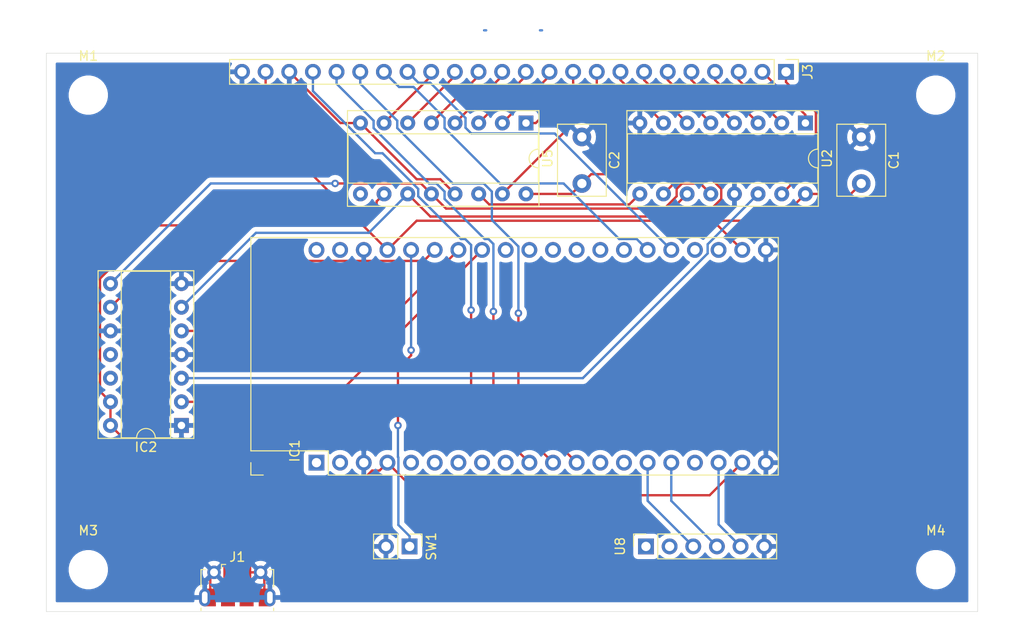
<source format=kicad_pcb>
(kicad_pcb (version 20211014) (generator pcbnew)
  (layers (0 "F.Cu" signal) (31 "B.Cu" signal) (34 "B.Paste" user) (35 "F.Paste" user) (36 "B.SilkS" user "B.Silkscreen") (37 "F.SilkS" user "F.Silkscreen") (38 "B.Mask" user) (39 "F.Mask" user) (44 "Edge.Cuts" user))
  (net 0 "")
  (net 1 "GND")
  (net 2 "Net-(IC1-Pad23)")
  (net 3 "Net-(IC1-Pad18)")
  (net 4 "Net-(IC1-Pad24)")
  (net 5 "Net-(IC1-Pad17)")
  (net 6 "Net-(IC1-Pad16)")
  (net 7 "Net-(IC1-Pad15)")
  (net 8 "Net-(IC1-Pad27)")
  (net 9 "Net-(IC1-Pad14)")
  (net 10 "Net-(IC1-Pad28)")
  (net 11 "Net-(IC1-Pad13)")
  (net 12 "Net-(IC1-Pad29)")
  (net 13 "Net-(IC1-Pad30)")
  (net 14 "Net-(IC1-Pad31)")
  (net 15 "Net-(IC1-Pad32)")
  (net 16 "Net-(IC1-Pad9)")
  (net 17 "Net-(IC1-Pad33)")
  (net 18 "Net-(IC1-Pad8)")
  (net 19 "Net-(IC1-Pad34)")
  (net 20 "Net-(IC1-Pad7)")
  (net 21 "Net-(IC1-Pad6)")
  (net 22 "Net-(IC1-Pad36)")
  (net 23 "Net-(IC1-Pad5)")
  (net 24 "Net-(IC1-Pad39)")
  (net 25 "Net-(IC1-Pad2)")
  (net 26 "Net-(IC1-Pad40)")
  (net 27 "Net-(IC1-Pad1)")
  (net 28 "Net-(IC2-Pad8)")
  (net 29 "Net-(IC2-Pad3)")
  (net 30 "Net-(IC2-Pad11)")
  (net 31 "Net-(J1-Pad2)")
  (net 32 "Net-(J1-Pad4)")
  (net 33 "Net-(J1-Pad3)")
  (net 34 "Net-(N1-PadK)")
  (net 35 "Net-(N2-PadK)")
  (net 36 "Net-(U2-Pad9)")
  (net 37 "Net-(U5-Pad9)")
  (net 38 "Net-(J3-Pad1)")
  (net 39 "Net-(J3-Pad2)")
  (net 40 "Net-(J3-Pad3)")
  (net 41 "Net-(J3-Pad4)")
  (net 42 "Net-(J3-Pad5)")
  (net 43 "Net-(J3-Pad6)")
  (net 44 "Net-(J3-Pad7)")
  (net 45 "Net-(J3-Pad8)")
  (net 46 "Net-(J3-Pad9)")
  (net 47 "Net-(J3-Pad10)")
  (net 48 "Net-(J3-Pad11)")
  (net 49 "Net-(J3-Pad12)")
  (net 50 "Net-(J3-Pad13)")
  (net 51 "Net-(J3-Pad14)")
  (net 52 "Net-(J3-Pad15)")
  (net 53 "Net-(J3-Pad16)")
  (net 54 "Net-(IC1-Pad35)")
  (net 55 "Net-(IC2-Pad12)")
  (net 56 "Net-(IC2-Pad6)")
  (net 57 "/Rin")
  (net 58 "/Gin")
  (net 59 "/Bin")
  (net 60 "/CL1")
  (net 61 "/CL2")
  (net 62 "Net-(U8-Pad1)")
  (net 63 "Net-(U8-Pad2)")
  (net 64 "Net-(C1-Pad1)")
  (footprint "ESP32:ESP32-EzSBC" (layer "F.Cu") (at 129 134 90)
    (fp_text reference "IC1" (at 1.27 -2.33 90) (layer "F.SilkS"))
    (fp_text value "ESP32-EzSBC")
    (fp_line (start -1.33 1.27) (end 1.27 1.27) (layer "F.SilkS") (width 0.12))
    (fp_line (start -1.33 -7.045) (end 0 -7.045) (layer "F.SilkS") (width 0.12))
    (fp_line (start 24.19 -7.045) (end 24.19 49.59) (layer "F.SilkS") (width 0.12))
    (fp_line (start 1.27 1.27) (end 1.27 -7.045) (layer "F.SilkS") (width 0.12))
    (fp_line (start -1.33 1.27) (end -1.33 49.59) (layer "F.SilkS") (width 0.12))
    (fp_line (start -1.33 -7.045) (end -1.33 -5.715) (layer "F.SilkS") (width 0.12))
    (fp_line (start 1.27 -7.045) (end 24.19 -7.045) (layer "F.SilkS") (width 0.12))
    (fp_line (start -1.33 49.59) (end 24.19 49.59) (layer "F.SilkS") (width 0.12))
    (pad "1" thru_hole rect locked (at 0 0 90) (size 1.7 1.7) (drill 1) (layers *.Cu *.Mask) (net 27 "Net-(IC1-Pad1)"))
    (pad "2" thru_hole oval locked (at 0 2.54 90) (size 1.7 1.7) (drill 1) (layers *.Cu *.Mask) (net 25 "Net-(IC1-Pad2)"))
    (pad "3" thru_hole oval locked (at 0 5.08 90) (size 1.7 1.7) (drill 1) (layers *.Cu *.Mask) (net 1 "GND"))
    (pad "4" thru_hole oval locked (at 0 7.62 90) (size 1.7 1.7) (drill 1) (layers *.Cu *.Mask) (net 64 "Net-(C1-Pad1)"))
    (pad "5" thru_hole oval locked (at 0 10.16 90) (size 1.7 1.7) (drill 1) (layers *.Cu *.Mask) (net 23 "Net-(IC1-Pad5)"))
    (pad "6" thru_hole oval locked (at 0 12.7 90) (size 1.7 1.7) (drill 1) (layers *.Cu *.Mask) (net 21 "Net-(IC1-Pad6)"))
    (pad "7" thru_hole oval locked (at 0 15.24 90) (size 1.7 1.7) (drill 1) (layers *.Cu *.Mask) (net 20 "Net-(IC1-Pad7)"))
    (pad "8" thru_hole oval locked (at 0 17.78 90) (size 1.7 1.7) (drill 1) (layers *.Cu *.Mask) (net 18 "Net-(IC1-Pad8)"))
    (pad "9" thru_hole oval locked (at 0 20.32 90) (size 1.7 1.7) (drill 1) (layers *.Cu *.Mask) (net 16 "Net-(IC1-Pad9)"))
    (pad "10" thru_hole oval locked (at 0 22.86 90) (size 1.7 1.7) (drill 1) (layers *.Cu *.Mask) (net 59 "/Bin"))
    (pad "11" thru_hole oval locked (at 0 25.4 90) (size 1.7 1.7) (drill 1) (layers *.Cu *.Mask) (net 58 "/Gin"))
    (pad "12" thru_hole oval locked (at 0 27.94 90) (size 1.7 1.7) (drill 1) (layers *.Cu *.Mask) (net 57 "/Rin"))
    (pad "13" thru_hole oval locked (at 0 30.48 90) (size 1.7 1.7) (drill 1) (layers *.Cu *.Mask) (net 11 "Net-(IC1-Pad13)"))
    (pad "14" thru_hole oval locked (at 0 33.02 90) (size 1.7 1.7) (drill 1) (layers *.Cu *.Mask) (net 9 "Net-(IC1-Pad14)"))
    (pad "15" thru_hole oval locked (at 0 35.56 90) (size 1.7 1.7) (drill 1) (layers *.Cu *.Mask) (net 7 "Net-(IC1-Pad15)"))
    (pad "16" thru_hole oval locked (at 0 38.1 90) (size 1.7 1.7) (drill 1) (layers *.Cu *.Mask) (net 6 "Net-(IC1-Pad16)"))
    (pad "17" thru_hole oval locked (at 0 40.64 90) (size 1.7 1.7) (drill 1) (layers *.Cu *.Mask) (net 5 "Net-(IC1-Pad17)"))
    (pad "18" thru_hole oval locked (at 0 43.18 90) (size 1.7 1.7) (drill 1) (layers *.Cu *.Mask) (net 3 "Net-(IC1-Pad18)"))
    (pad "19" thru_hole oval locked (at 0 45.72 90) (size 1.7 1.7) (drill 1) (layers *.Cu *.Mask) (net 64 "Net-(C1-Pad1)"))
    (pad "20" thru_hole oval locked (at 0 48.26 90) (size 1.7 1.7) (drill 1) (layers *.Cu *.Mask) (net 1 "GND"))
    (pad "21" thru_hole oval locked (at 22.86 48.26 90) (size 1.7 1.7) (drill 1) (layers *.Cu *.Mask) (net 1 "GND"))
    (pad "22" thru_hole oval locked (at 22.86 45.72 90) (size 1.7 1.7) (drill 1) (layers *.Cu *.Mask) (net 64 "Net-(C1-Pad1)"))
    (pad "23" thru_hole oval locked (at 22.86 43.18 90) (size 1.7 1.7) (drill 1) (layers *.Cu *.Mask) (net 2 "Net-(IC1-Pad23)"))
    (pad "24" thru_hole oval locked (at 22.86 40.64 90) (size 1.7 1.7) (drill 1) (layers *.Cu *.Mask) (net 4 "Net-(IC1-Pad24)"))
    (pad "25" thru_hole oval locked (at 22.86 38.1 90) (size 1.7 1.7) (drill 1) (layers *.Cu *.Mask) (net 61 "/CL2"))
    (pad "26" thru_hole oval locked (at 22.86 35.56 90) (size 1.7 1.7) (drill 1) (layers *.Cu *.Mask) (net 60 "/CL1"))
    (pad "27" thru_hole oval locked (at 22.86 33.02 90) (size 1.7 1.7) (drill 1) (layers *.Cu *.Mask) (net 8 "Net-(IC1-Pad27)"))
    (pad "28" thru_hole oval locked (at 22.86 30.48 90) (size 1.7 1.7) (drill 1) (layers *.Cu *.Mask) (net 10 "Net-(IC1-Pad28)"))
    (pad "29" thru_hole oval locked (at 22.86 27.94 90) (size 1.7 1.7) (drill 1) (layers *.Cu *.Mask) (net 12 "Net-(IC1-Pad29)"))
    (pad "30" thru_hole oval locked (at 22.86 25.4 90) (size 1.7 1.7) (drill 1) (layers *.Cu *.Mask) (net 13 "Net-(IC1-Pad30)"))
    (pad "31" thru_hole oval locked (at 22.86 22.86 90) (size 1.7 1.7) (drill 1) (layers *.Cu *.Mask) (net 14 "Net-(IC1-Pad31)"))
    (pad "32" thru_hole oval locked (at 22.86 20.32 90) (size 1.7 1.7) (drill 1) (layers *.Cu *.Mask) (net 15 "Net-(IC1-Pad32)"))
    (pad "33" thru_hole oval locked (at 22.86 17.78 90) (size 1.7 1.7) (drill 1) (layers *.Cu *.Mask) (net 17 "Net-(IC1-Pad33)"))
    (pad "34" thru_hole oval locked (at 22.86 15.24 90) (size 1.7 1.7) (drill 1) (layers *.Cu *.Mask) (net 19 "Net-(IC1-Pad34)"))
    (pad "35" thru_hole oval locked (at 22.86 12.7 90) (size 1.7 1.7) (drill 1) (layers *.Cu *.Mask) (net 54 "Net-(IC1-Pad35)"))
    (pad "36" thru_hole oval locked (at 22.86 10.16 90) (size 1.7 1.7) (drill 1) (layers *.Cu *.Mask) (net 22 "Net-(IC1-Pad36)"))
    (pad "37" thru_hole oval locked (at 22.86 7.62 90) (size 1.7 1.7) (drill 1) (layers *.Cu *.Mask) (net 64 "Net-(C1-Pad1)"))
    (pad "38" thru_hole oval locked (at 22.86 5.08 90) (size 1.7 1.7) (drill 1) (layers *.Cu *.Mask) (net 1 "GND"))
    (pad "39" thru_hole oval locked (at 22.86 2.54 90) (size 1.7 1.7) (drill 1) (layers *.Cu *.Mask) (net 24 "Net-(IC1-Pad39)"))
    (pad "40" thru_hole oval locked (at 22.86 0 90) (size 1.7 1.7) (drill 1) (layers *.Cu *.Mask) (net 26 "Net-(IC1-Pad40)"))
  )
  (footprint "Connector_USB:USB_Micro-B_Molex-105017-0001" (layer "F.Cu") (at 120.5 147.25)
    (fp_text reference "J1" (at 0 -3.1125) (layer "F.SilkS"))
    (fp_text value "USB_B_Micro")
    (fp_line (start -3.9 0.0875) (end -3.9 -1.7625) (layer "F.SilkS") (width 0.12))
    (fp_line (start -1.7 -2.3125) (end -1.25 -2.3125) (layer "F.SilkS") (width 0.12))
    (fp_line (start 3.9 -1.7625) (end 3.45 -1.7625) (layer "F.SilkS") (width 0.12))
    (fp_line (start -1.7 -2.3125) (end -1.7 -1.8625) (layer "F.SilkS") (width 0.12))
    (fp_line (start 3.9 0.0875) (end 3.9 -1.7625) (layer "F.SilkS") (width 0.12))
    (fp_line (start 3.9 2.6375) (end 3.9 2.3875) (layer "F.SilkS") (width 0.12))
    (fp_line (start -3.9 2.6375) (end -3.9 2.3875) (layer "F.SilkS") (width 0.12))
    (fp_line (start -3.9 -1.7625) (end -3.45 -1.7625) (layer "F.SilkS") (width 0.12))
    (pad "1" smd rect locked (at -1.3 -1.4625) (size 0.4 1.35) (layers "F.Cu" "F.Paste" "F.Mask") (net 64 "Net-(C1-Pad1)"))
    (pad "2" smd rect locked (at -0.65 -1.4625) (size 0.4 1.35) (layers "F.Cu" "F.Paste" "F.Mask") (net 31 "Net-(J1-Pad2)"))
    (pad "3" smd rect locked (at 0 -1.4625) (size 0.4 1.35) (layers "F.Cu" "F.Paste" "F.Mask") (net 33 "Net-(J1-Pad3)"))
    (pad "4" smd rect locked (at 0.65 -1.4625) (size 0.4 1.35) (layers "F.Cu" "F.Paste" "F.Mask") (net 32 "Net-(J1-Pad4)"))
    (pad "5" smd rect locked (at 1.3 -1.4625) (size 0.4 1.35) (layers "F.Cu" "F.Paste" "F.Mask") (net 1 "GND"))
    (pad "6" thru_hole circle locked (at -2.5 -1.4625) (size 1.45 1.45) (drill 0.85) (layers *.Cu *.Mask) (net 1 "GND"))
    (pad "6" thru_hole circle locked (at 2.5 -1.4625) (size 1.45 1.45) (drill 0.85) (layers *.Cu *.Mask) (net 1 "GND"))
    (pad "6" smd rect locked (at 1 1.2375) (size 1.5 1.9) (layers "F.Cu" "F.Paste" "F.Mask") (net 1 "GND"))
    (pad "6" thru_hole oval locked (at -3.5 1.2375 180) (size 1.2 1.9) (drill oval 0.6 1.3) (layers *.Cu *.Mask) (net 1 "GND"))
    (pad "6" thru_hole oval locked (at 3.5 1.2375) (size 1.2 1.9) (drill oval 0.6 1.3) (layers *.Cu *.Mask) (net 1 "GND"))
    (pad "6" smd rect locked (at -1 1.2375) (size 1.5 1.9) (layers "F.Cu" "F.Paste" "F.Mask") (net 1 "GND"))
    (pad "6" smd rect locked (at 2.9 1.2375) (size 1.2 1.9) (layers "F.Cu" "F.Mask") (net 1 "GND"))
    (pad "6" smd rect locked (at -2.9 1.2375) (size 1.2 1.9) (layers "F.Cu" "F.Mask") (net 1 "GND"))
  )
  (footprint "Package_DIP:DIP-16_W7.62mm_Socket" (layer "F.Cu") (at 151.5 97.5 -90)
    (fp_text reference "U5" (at 3.81 -2.33 90) (layer "F.SilkS"))
    (fp_text value "74HC595")
    (fp_line (start 2.81 -1.33) (end 1.16 -1.33) (layer "F.SilkS") (width 0.12))
    (fp_line (start 8.95 19.17) (end 8.95 -1.39) (layer "F.SilkS") (width 0.12))
    (fp_line (start 1.16 19.11) (end 6.46 19.11) (layer "F.SilkS") (width 0.12))
    (fp_line (start -1.33 -1.39) (end -1.33 19.17) (layer "F.SilkS") (width 0.12))
    (fp_line (start -1.33 19.17) (end 8.95 19.17) (layer "F.SilkS") (width 0.12))
    (fp_line (start 6.46 19.11) (end 6.46 -1.33) (layer "F.SilkS") (width 0.12))
    (fp_line (start 8.95 -1.39) (end -1.33 -1.39) (layer "F.SilkS") (width 0.12))
    (fp_line (start 6.46 -1.33) (end 4.81 -1.33) (layer "F.SilkS") (width 0.12))
    (fp_line (start 1.16 -1.33) (end 1.16 19.11) (layer "F.SilkS") (width 0.12))
    (fp_arc (start 4.81 -1.33) (mid 3.81 -0.33) (end 2.81 -1.33) (layer "F.SilkS") (width 0.12))
    (pad "1" thru_hole rect locked (at 0 0 270) (size 1.6 1.6) (drill 0.8) (layers *.Cu *.Mask) (net 47 "Net-(J3-Pad10)"))
    (pad "2" thru_hole oval locked (at 0 2.54 270) (size 1.6 1.6) (drill 0.8) (layers *.Cu *.Mask) (net 48 "Net-(J3-Pad11)"))
    (pad "3" thru_hole oval locked (at 0 5.08 270) (size 1.6 1.6) (drill 0.8) (layers *.Cu *.Mask) (net 49 "Net-(J3-Pad12)"))
    (pad "4" thru_hole oval locked (at 0 7.62 270) (size 1.6 1.6) (drill 0.8) (layers *.Cu *.Mask) (net 50 "Net-(J3-Pad13)"))
    (pad "5" thru_hole oval locked (at 0 10.16 270) (size 1.6 1.6) (drill 0.8) (layers *.Cu *.Mask) (net 51 "Net-(J3-Pad14)"))
    (pad "6" thru_hole oval locked (at 0 12.7 270) (size 1.6 1.6) (drill 0.8) (layers *.Cu *.Mask) (net 52 "Net-(J3-Pad15)"))
    (pad "7" thru_hole oval locked (at 0 15.24 270) (size 1.6 1.6) (drill 0.8) (layers *.Cu *.Mask) (net 53 "Net-(J3-Pad16)"))
    (pad "8" thru_hole oval locked (at 0 17.78 270) (size 1.6 1.6) (drill 0.8) (layers *.Cu *.Mask) (net 1 "GND"))
    (pad "9" thru_hole oval locked (at 7.62 17.78 270) (size 1.6 1.6) (drill 0.8) (layers *.Cu *.Mask) (net 37 "Net-(U5-Pad9)"))
    (pad "10" thru_hole oval locked (at 7.62 15.24 270) (size 1.6 1.6) (drill 0.8) (layers *.Cu *.Mask) (net 64 "Net-(C1-Pad1)"))
    (pad "11" thru_hole oval locked (at 7.62 12.7 270) (size 1.6 1.6) (drill 0.8) (layers *.Cu *.Mask) (net 56 "Net-(IC2-Pad6)"))
    (pad "12" thru_hole oval locked (at 7.62 10.16 270) (size 1.6 1.6) (drill 0.8) (layers *.Cu *.Mask) (net 28 "Net-(IC2-Pad8)"))
    (pad "13" thru_hole oval locked (at 7.62 7.62 270) (size 1.6 1.6) (drill 0.8) (layers *.Cu *.Mask) (net 1 "GND"))
    (pad "14" thru_hole oval locked (at 7.62 5.08 270) (size 1.6 1.6) (drill 0.8) (layers *.Cu *.Mask) (net 36 "Net-(U2-Pad9)"))
    (pad "15" thru_hole oval locked (at 7.62 2.54 270) (size 1.6 1.6) (drill 0.8) (layers *.Cu *.Mask) (net 46 "Net-(J3-Pad9)"))
    (pad "16" thru_hole oval locked (at 7.62 0 270) (size 1.6 1.6) (drill 0.8) (layers *.Cu *.Mask) (net 64 "Net-(C1-Pad1)"))
  )
  (footprint "Capacitor_THT:C_Disc_D7.5mm_W5.0mm_P5.00mm" (layer "F.Cu") (at 187.5 104 90)
    (fp_text reference "C1" (at 2.5 3.5 90) (layer "F.SilkS"))
    (fp_text value "0.1uF")
    (fp_line (start 6.37 -2.62) (end 6.37 2.62) (layer "F.SilkS") (width 0.12))
    (fp_line (start -1.37 -2.62) (end 6.37 -2.62) (layer "F.SilkS") (width 0.12))
    (fp_line (start -1.37 -2.62) (end -1.37 2.62) (layer "F.SilkS") (width 0.12))
    (fp_line (start -1.37 2.62) (end 6.37 2.62) (layer "F.SilkS") (width 0.12))
    (pad "1" thru_hole circle locked (at 0 0 90) (size 2 2) (drill 1) (layers *.Cu *.Mask) (net 64 "Net-(C1-Pad1)"))
    (pad "2" thru_hole circle locked (at 5 0 90) (size 2 2) (drill 1) (layers *.Cu *.Mask) (net 1 "GND"))
  )
  (footprint "Connector_PinHeader_2.54mm:PinHeader_1x24_P2.54mm_Vertical" (layer "F.Cu") (at 179.42 92 -90)
    (fp_text reference "J3" (at 0 -2.33 90) (layer "F.SilkS"))
    (fp_text value "Conn_01x24_Female")
    (fp_line (start -1.33 59.75) (end 1.33 59.75) (layer "F.SilkS") (width 0.12))
    (fp_line (start 1.33 1.27) (end 1.33 59.75) (layer "F.SilkS") (width 0.12))
    (fp_line (start -1.33 1.27) (end -1.33 59.75) (layer "F.SilkS") (width 0.12))
    (fp_line (start -1.33 1.27) (end 1.33 1.27) (layer "F.SilkS") (width 0.12))
    (fp_line (start -1.33 0) (end -1.33 -1.33) (layer "F.SilkS") (width 0.12))
    (fp_line (start -1.33 -1.33) (end 0 -1.33) (layer "F.SilkS") (width 0.12))
    (pad "1" thru_hole rect locked (at 0 0 270) (size 1.7 1.7) (drill 1) (layers *.Cu *.Mask) (net 38 "Net-(J3-Pad1)"))
    (pad "2" thru_hole oval locked (at 0 2.54 270) (size 1.7 1.7) (drill 1) (layers *.Cu *.Mask) (net 39 "Net-(J3-Pad2)"))
    (pad "3" thru_hole oval locked (at 0 5.08 270) (size 1.7 1.7) (drill 1) (layers *.Cu *.Mask) (net 40 "Net-(J3-Pad3)"))
    (pad "4" thru_hole oval locked (at 0 7.62 270) (size 1.7 1.7) (drill 1) (layers *.Cu *.Mask) (net 41 "Net-(J3-Pad4)"))
    (pad "5" thru_hole oval locked (at 0 10.16 270) (size 1.7 1.7) (drill 1) (layers *.Cu *.Mask) (net 42 "Net-(J3-Pad5)"))
    (pad "6" thru_hole oval locked (at 0 12.7 270) (size 1.7 1.7) (drill 1) (layers *.Cu *.Mask) (net 43 "Net-(J3-Pad6)"))
    (pad "7" thru_hole oval locked (at 0 15.24 270) (size 1.7 1.7) (drill 1) (layers *.Cu *.Mask) (net 44 "Net-(J3-Pad7)"))
    (pad "8" thru_hole oval locked (at 0 17.78 270) (size 1.7 1.7) (drill 1) (layers *.Cu *.Mask) (net 45 "Net-(J3-Pad8)"))
    (pad "9" thru_hole oval locked (at 0 20.32 270) (size 1.7 1.7) (drill 1) (layers *.Cu *.Mask) (net 46 "Net-(J3-Pad9)"))
    (pad "10" thru_hole oval locked (at 0 22.86 270) (size 1.7 1.7) (drill 1) (layers *.Cu *.Mask) (net 47 "Net-(J3-Pad10)"))
    (pad "11" thru_hole oval locked (at 0 25.4 270) (size 1.7 1.7) (drill 1) (layers *.Cu *.Mask) (net 48 "Net-(J3-Pad11)"))
    (pad "12" thru_hole oval locked (at 0 27.94 270) (size 1.7 1.7) (drill 1) (layers *.Cu *.Mask) (net 49 "Net-(J3-Pad12)"))
    (pad "13" thru_hole oval locked (at 0 30.48 270) (size 1.7 1.7) (drill 1) (layers *.Cu *.Mask) (net 50 "Net-(J3-Pad13)"))
    (pad "14" thru_hole oval locked (at 0 33.02 270) (size 1.7 1.7) (drill 1) (layers *.Cu *.Mask) (net 51 "Net-(J3-Pad14)"))
    (pad "15" thru_hole oval locked (at 0 35.56 270) (size 1.7 1.7) (drill 1) (layers *.Cu *.Mask) (net 52 "Net-(J3-Pad15)"))
    (pad "16" thru_hole oval locked (at 0 38.1 270) (size 1.7 1.7) (drill 1) (layers *.Cu *.Mask) (net 53 "Net-(J3-Pad16)"))
    (pad "17" thru_hole oval locked (at 0 40.64 270) (size 1.7 1.7) (drill 1) (layers *.Cu *.Mask) (net 61 "/CL2"))
    (pad "18" thru_hole oval locked (at 0 43.18 270) (size 1.7 1.7) (drill 1) (layers *.Cu *.Mask) (net 60 "/CL1"))
    (pad "19" thru_hole oval locked (at 0 45.72 270) (size 1.7 1.7) (drill 1) (layers *.Cu *.Mask) (net 57 "/Rin"))
    (pad "20" thru_hole oval locked (at 0 48.26 270) (size 1.7 1.7) (drill 1) (layers *.Cu *.Mask) (net 58 "/Gin"))
    (pad "21" thru_hole oval locked (at 0 50.8 270) (size 1.7 1.7) (drill 1) (layers *.Cu *.Mask) (net 59 "/Bin"))
    (pad "22" thru_hole oval locked (at 0 53.34 270) (size 1.7 1.7) (drill 1) (layers *.Cu *.Mask) (net 1 "GND"))
    (pad "23" thru_hole oval locked (at 0 55.88 270) (size 1.7 1.7) (drill 1) (layers *.Cu *.Mask) (net 64 "Net-(C1-Pad1)"))
    (pad "24" thru_hole oval locked (at 0 58.42 270) (size 1.7 1.7) (drill 1) (layers *.Cu *.Mask) (net 1 "GND"))
  )
  (footprint "Connector_PinSocket_2.54mm:PinSocket_1x06_P2.54mm_Vertical" (layer "F.Cu") (at 164.38 143 90)
    (fp_text reference "U8" (at 0 -2.77 90) (layer "F.SilkS"))
    (fp_text value "DS3231-Module")
    (fp_line (start -1.33 14.03) (end 1.33 14.03) (layer "F.SilkS") (width 0.12))
    (fp_line (start -1.33 1.27) (end 1.33 1.27) (layer "F.SilkS") (width 0.12))
    (fp_line (start -1.33 1.27) (end -1.33 14.03) (layer "F.SilkS") (width 0.12))
    (fp_line (start 1.33 1.27) (end 1.33 14.03) (layer "F.SilkS") (width 0.12))
    (fp_line (start 1.33 -1.33) (end 1.33 0) (layer "F.SilkS") (width 0.12))
    (fp_line (start 0 -1.33) (end 1.33 -1.33) (layer "F.SilkS") (width 0.12))
    (pad "1" thru_hole rect locked (at 0 0 90) (size 1.7 1.7) (drill 1) (layers *.Cu *.Mask) (net 62 "Net-(U8-Pad1)"))
    (pad "2" thru_hole oval locked (at 0 2.54 90) (size 1.7 1.7) (drill 1) (layers *.Cu *.Mask) (net 63 "Net-(U8-Pad2)"))
    (pad "3" thru_hole oval locked (at 0 5.08 90) (size 1.7 1.7) (drill 1) (layers *.Cu *.Mask) (net 7 "Net-(IC1-Pad15)"))
    (pad "4" thru_hole oval locked (at 0 7.62 90) (size 1.7 1.7) (drill 1) (layers *.Cu *.Mask) (net 6 "Net-(IC1-Pad16)"))
    (pad "5" thru_hole oval locked (at 0 10.16 90) (size 1.7 1.7) (drill 1) (layers *.Cu *.Mask) (net 3 "Net-(IC1-Pad18)"))
    (pad "6" thru_hole oval locked (at 0 12.7 90) (size 1.7 1.7) (drill 1) (layers *.Cu *.Mask) (net 1 "GND"))
  )
  (footprint "Package_DIP:DIP-14_W7.62mm_Socket" (layer "F.Cu") (at 114.5 130 180)
    (fp_text reference "IC2" (at 3.81 -2.33) (layer "F.SilkS"))
    (fp_text value "SN74AHCT125N")
    (fp_line (start 1.16 -1.33) (end 1.16 16.57) (layer "F.SilkS") (width 0.12))
    (fp_line (start -1.33 -1.39) (end -1.33 16.63) (layer "F.SilkS") (width 0.12))
    (fp_line (start 2.81 -1.33) (end 1.16 -1.33) (layer "F.SilkS") (width 0.12))
    (fp_line (start 8.95 16.63) (end 8.95 -1.39) (layer "F.SilkS") (width 0.12))
    (fp_line (start 1.16 16.57) (end 6.46 16.57) (layer "F.SilkS") (width 0.12))
    (fp_line (start -1.33 16.63) (end 8.95 16.63) (layer "F.SilkS") (width 0.12))
    (fp_line (start 6.46 -1.33) (end 4.81 -1.33) (layer "F.SilkS") (width 0.12))
    (fp_line (start 8.95 -1.39) (end -1.33 -1.39) (layer "F.SilkS") (width 0.12))
    (fp_line (start 6.46 16.57) (end 6.46 -1.33) (layer "F.SilkS") (width 0.12))
    (fp_arc (start 4.81 -1.33) (mid 3.81 -0.33) (end 2.81 -1.33) (layer "F.SilkS") (width 0.12))
    (pad "1" thru_hole rect locked (at 0 0 180) (size 1.6 1.6) (drill 0.8) (layers *.Cu *.Mask) (net 1 "GND"))
    (pad "2" thru_hole oval locked (at 0 2.54 180) (size 1.6 1.6) (drill 0.8) (layers *.Cu *.Mask) (net 17 "Net-(IC1-Pad33)"))
    (pad "3" thru_hole oval locked (at 0 5.08 180) (size 1.6 1.6) (drill 0.8) (layers *.Cu *.Mask) (net 29 "Net-(IC2-Pad3)"))
    (pad "4" thru_hole oval locked (at 0 7.62 180) (size 1.6 1.6) (drill 0.8) (layers *.Cu *.Mask) (net 1 "GND"))
    (pad "5" thru_hole oval locked (at 0 10.16 180) (size 1.6 1.6) (drill 0.8) (layers *.Cu *.Mask) (net 19 "Net-(IC1-Pad34)"))
    (pad "6" thru_hole oval locked (at 0 12.7 180) (size 1.6 1.6) (drill 0.8) (layers *.Cu *.Mask) (net 56 "Net-(IC2-Pad6)"))
    (pad "7" thru_hole oval locked (at 0 15.24 180) (size 1.6 1.6) (drill 0.8) (layers *.Cu *.Mask) (net 1 "GND"))
    (pad "8" thru_hole oval locked (at 7.62 15.24 180) (size 1.6 1.6) (drill 0.8) (layers *.Cu *.Mask) (net 28 "Net-(IC2-Pad8)"))
    (pad "9" thru_hole oval locked (at 7.62 12.7 180) (size 1.6 1.6) (drill 0.8) (layers *.Cu *.Mask) (net 54 "Net-(IC1-Pad35)"))
    (pad "10" thru_hole oval locked (at 7.62 10.16 180) (size 1.6 1.6) (drill 0.8) (layers *.Cu *.Mask) (net 1 "GND"))
    (pad "11" thru_hole oval locked (at 7.62 7.62 180) (size 1.6 1.6) (drill 0.8) (layers *.Cu *.Mask) (net 30 "Net-(IC2-Pad11)"))
    (pad "12" thru_hole oval locked (at 7.62 5.08 180) (size 1.6 1.6) (drill 0.8) (layers *.Cu *.Mask) (net 55 "Net-(IC2-Pad12)"))
    (pad "13" thru_hole oval locked (at 7.62 2.54 180) (size 1.6 1.6) (drill 0.8) (layers *.Cu *.Mask) (net 64 "Net-(C1-Pad1)"))
    (pad "14" thru_hole oval locked (at 7.62 0 180) (size 1.6 1.6) (drill 0.8) (layers *.Cu *.Mask) (net 64 "Net-(C1-Pad1)"))
  )
  (footprint "Connector_PinHeader_2.54mm:PinHeader_1x02_P2.54mm_Vertical" (layer "F.Cu") (at 139 143 -90)
    (fp_text reference "SW1" (at 0 -2.33 90) (layer "F.SilkS"))
    (fp_text value "SW_Push")
    (fp_line (start -1.33 1.27) (end -1.33 3.87) (layer "F.SilkS") (width 0.12))
    (fp_line (start 1.33 1.27) (end 1.33 3.87) (layer "F.SilkS") (width 0.12))
    (fp_line (start -1.33 1.27) (end 1.33 1.27) (layer "F.SilkS") (width 0.12))
    (fp_line (start -1.33 -1.33) (end 0 -1.33) (layer "F.SilkS") (width 0.12))
    (fp_line (start -1.33 3.87) (end 1.33 3.87) (layer "F.SilkS") (width 0.12))
    (fp_line (start -1.33 0) (end -1.33 -1.33) (layer "F.SilkS") (width 0.12))
    (pad "1" thru_hole rect locked (at 0 0 270) (size 1.7 1.7) (drill 1) (layers *.Cu *.Mask) (net 22 "Net-(IC1-Pad36)"))
    (pad "2" thru_hole oval locked (at 0 2.54 270) (size 1.7 1.7) (drill 1) (layers *.Cu *.Mask) (net 1 "GND"))
  )
  (footprint "MountingHole:MountingHole_3.2mm_M3" (layer "F.Cu") (at 195.5 94.5)
    (fp_text reference "M2" (at 0 -4.2) (layer "F.SilkS"))
    (fp_text value "MountingHole_3.2mm_M3")
    (pad "" np_thru_hole circle locked (at 0 0) (size 3.2 3.2) (drill 3.2) (layers *.Cu *.Mask))
  )
  (footprint "MountingHole:MountingHole_3.2mm_M3" (layer "F.Cu") (at 195.5 145.5)
    (fp_text reference "M4" (at 0 -4.2) (layer "F.SilkS"))
    (fp_text value "MountingHole_3.2mm_M3")
    (pad "" np_thru_hole circle locked (at 0 0) (size 3.2 3.2) (drill 3.2) (layers *.Cu *.Mask))
  )
  (footprint "MountingHole:MountingHole_3.2mm_M3" (layer "F.Cu") (at 104.5 94.5)
    (fp_text reference "M1" (at 0 -4.2) (layer "F.SilkS"))
    (fp_text value "MountingHole_3.2mm_M3")
    (pad "" np_thru_hole circle locked (at 0 0) (size 3.2 3.2) (drill 3.2) (layers *.Cu *.Mask))
  )
  (footprint "MountingHole:MountingHole_3.2mm_M3" (layer "F.Cu") (at 104.5 145.5)
    (fp_text reference "M3" (at 0 -4.2) (layer "F.SilkS"))
    (fp_text value "MountingHole_3.2mm_M3")
    (pad "" np_thru_hole circle locked (at 0 0) (size 3.2 3.2) (drill 3.2) (layers *.Cu *.Mask))
  )
  (footprint "Capacitor_THT:C_Disc_D7.5mm_W5.0mm_P5.00mm" (layer "F.Cu") (at 157.5 104 90)
    (fp_text reference "C2" (at 2.5 3.5 90) (layer "F.SilkS"))
    (fp_text value "0.1uF")
    (fp_line (start -1.37 -2.62) (end -1.37 2.62) (layer "F.SilkS") (width 0.12))
    (fp_line (start -1.37 2.62) (end 6.37 2.62) (layer "F.SilkS") (width 0.12))
    (fp_line (start -1.37 -2.62) (end 6.37 -2.62) (layer "F.SilkS") (width 0.12))
    (fp_line (start 6.37 -2.62) (end 6.37 2.62) (layer "F.SilkS") (width 0.12))
    (pad "1" thru_hole circle locked (at 0 0 90) (size 2 2) (drill 1) (layers *.Cu *.Mask) (net 64 "Net-(C1-Pad1)"))
    (pad "2" thru_hole circle locked (at 5 0 90) (size 2 2) (drill 1) (layers *.Cu *.Mask) (net 1 "GND"))
  )
  (footprint "Package_DIP:DIP-16_W7.62mm_Socket" (layer "F.Cu") (at 181.5 97.5 -90)
    (fp_text reference "U2" (at 3.81 -2.33 90) (layer "F.SilkS"))
    (fp_text value "74HC595")
    (fp_line (start 6.46 -1.33) (end 4.81 -1.33) (layer "F.SilkS") (width 0.12))
    (fp_line (start 1.16 19.11) (end 6.46 19.11) (layer "F.SilkS") (width 0.12))
    (fp_line (start 1.16 -1.33) (end 1.16 19.11) (layer "F.SilkS") (width 0.12))
    (fp_line (start 8.95 19.17) (end 8.95 -1.39) (layer "F.SilkS") (width 0.12))
    (fp_line (start -1.33 -1.39) (end -1.33 19.17) (layer "F.SilkS") (width 0.12))
    (fp_line (start 6.46 19.11) (end 6.46 -1.33) (layer "F.SilkS") (width 0.12))
    (fp_line (start -1.33 19.17) (end 8.95 19.17) (layer "F.SilkS") (width 0.12))
    (fp_line (start 2.81 -1.33) (end 1.16 -1.33) (layer "F.SilkS") (width 0.12))
    (fp_line (start 8.95 -1.39) (end -1.33 -1.39) (layer "F.SilkS") (width 0.12))
    (fp_arc (start 4.81 -1.33) (mid 3.81 -0.33) (end 2.81 -1.33) (layer "F.SilkS") (width 0.12))
    (pad "1" thru_hole rect locked (at 0 0 270) (size 1.6 1.6) (drill 0.8) (layers *.Cu *.Mask) (net 39 "Net-(J3-Pad2)"))
    (pad "2" thru_hole oval locked (at 0 2.54 270) (size 1.6 1.6) (drill 0.8) (layers *.Cu *.Mask) (net 40 "Net-(J3-Pad3)"))
    (pad "3" thru_hole oval locked (at 0 5.08 270) (size 1.6 1.6) (drill 0.8) (layers *.Cu *.Mask) (net 41 "Net-(J3-Pad4)"))
    (pad "4" thru_hole oval locked (at 0 7.62 270) (size 1.6 1.6) (drill 0.8) (layers *.Cu *.Mask) (net 42 "Net-(J3-Pad5)"))
    (pad "5" thru_hole oval locked (at 0 10.16 270) (size 1.6 1.6) (drill 0.8) (layers *.Cu *.Mask) (net 43 "Net-(J3-Pad6)"))
    (pad "6" thru_hole oval locked (at 0 12.7 270) (size 1.6 1.6) (drill 0.8) (layers *.Cu *.Mask) (net 44 "Net-(J3-Pad7)"))
    (pad "7" thru_hole oval locked (at 0 15.24 270) (size 1.6 1.6) (drill 0.8) (layers *.Cu *.Mask) (net 45 "Net-(J3-Pad8)"))
    (pad "8" thru_hole oval locked (at 0 17.78 270) (size 1.6 1.6) (drill 0.8) (layers *.Cu *.Mask) (net 1 "GND"))
    (pad "9" thru_hole oval locked (at 7.62 17.78 270) (size 1.6 1.6) (drill 0.8) (layers *.Cu *.Mask) (net 36 "Net-(U2-Pad9)"))
    (pad "10" thru_hole oval locked (at 7.62 15.24 270) (size 1.6 1.6) (drill 0.8) (layers *.Cu *.Mask) (net 64 "Net-(C1-Pad1)"))
    (pad "11" thru_hole oval locked (at 7.62 12.7 270) (size 1.6 1.6) (drill 0.8) (layers *.Cu *.Mask) (net 56 "Net-(IC2-Pad6)"))
    (pad "12" thru_hole oval locked (at 7.62 10.16 270) (size 1.6 1.6) (drill 0.8) (layers *.Cu *.Mask) (net 28 "Net-(IC2-Pad8)"))
    (pad "13" thru_hole oval locked (at 7.62 7.62 270) (size 1.6 1.6) (drill 0.8) (layers *.Cu *.Mask) (net 1 "GND"))
    (pad "14" thru_hole oval locked (at 7.62 5.08 270) (size 1.6 1.6) (drill 0.8) (layers *.Cu *.Mask) (net 29 "Net-(IC2-Pad3)"))
    (pad "15" thru_hole oval locked (at 7.62 2.54 270) (size 1.6 1.6) (drill 0.8) (layers *.Cu *.Mask) (net 38 "Net-(J3-Pad1)"))
    (pad "16" thru_hole oval locked (at 7.62 0 270) (size 1.6 1.6) (drill 0.8) (layers *.Cu *.Mask) (net 64 "Net-(C1-Pad1)"))
  )
  (gr_line (start 100 150) (end 100 90) (layer "Edge.Cuts") (width 0.05))
  (gr_line (start 100 90) (end 200 90) (layer "Edge.Cuts") (width 0.05))
  (gr_line (start 200 90) (end 200 150) (layer "Edge.Cuts") (width 0.05))
  (gr_line (start 200 150) (end 100 150) (layer "Edge.Cuts") (width 0.05))
  (segment (start 117.6 146.1875) (end 118 145.7875) (width 0.25) (layer "F.Cu") (net 1))
  (segment (start 121.5 148.4875) (end 123.4 148.4875) (width 0.25) (layer "F.Cu") (net 1))
  (segment (start 117.6 148.4875) (end 117.6 146.1875) (width 0.25) (layer "F.Cu") (net 1))
  (segment (start 117.6 148.4875) (end 119.5 148.4875) (width 0.25) (layer "F.Cu") (net 1))
  (segment (start 143.88 105.12) (end 142.304989 103.544989) (width 0.25) (layer "F.Cu") (net 1))
  (segment (start 123.4 146.1875) (end 123 145.7875) (width 0.25) (layer "F.Cu") (net 1))
  (segment (start 131.58 97.5) (end 126.08 92) (width 0.25) (layer "F.Cu") (net 1))
  (segment (start 123.4 148.4875) (end 123.4 146.1875) (width 0.25) (layer "F.Cu") (net 1))
  (segment (start 121.8 145.7875) (end 123 145.7875) (width 0.25) (layer "F.Cu") (net 1))
  (segment (start 119.5 148.4875) (end 121.5 148.4875) (width 0.25) (layer "F.Cu") (net 1))
  (segment (start 139.764989 103.544989) (end 134.519999 98.299999) (width 0.25) (layer "F.Cu") (net 1))
  (segment (start 123.4 148.4875) (end 124 148.4875) (width 0.25) (layer "F.Cu") (net 1))
  (segment (start 133.72 97.5) (end 131.58 97.5) (width 0.25) (layer "F.Cu") (net 1))
  (segment (start 134.519999 98.299999) (end 133.72 97.5) (width 0.25) (layer "F.Cu") (net 1))
  (segment (start 142.304989 103.544989) (end 139.764989 103.544989) (width 0.25) (layer "F.Cu") (net 1))
  (segment (start 172.18 140.64) (end 174.54 143) (width 0.25) (layer "B.Cu") (net 3))
  (segment (start 172.18 134) (end 172.18 140.64) (width 0.25) (layer "B.Cu") (net 3))
  (segment (start 167.1 134) (end 167.1 138.1) (width 0.25) (layer "B.Cu") (net 6))
  (segment (start 167.1 138.1) (end 172 143) (width 0.25) (layer "B.Cu") (net 6))
  (segment (start 164.56 134) (end 164.56 138.1) (width 0.25) (layer "B.Cu") (net 7))
  (segment (start 164.56 138.1) (end 169.46 143) (width 0.25) (layer "B.Cu") (net 7))
  (segment (start 114.5 127.46) (end 130.46 127.46) (width 0.25) (layer "F.Cu") (net 17))
  (segment (start 130.46 127.46) (end 146.78 111.14) (width 0.25) (layer "F.Cu") (net 17))
  (segment (start 114.5 119.84) (end 135.54 119.84) (width 0.25) (layer "F.Cu") (net 19))
  (segment (start 135.54 119.84) (end 144.24 111.14) (width 0.25) (layer "F.Cu") (net 19))
  (segment (start 137.75 130) (end 137.75 130) (width 0.25) (layer "F.Cu") (net 22))
  (segment (start 139.16 122.475685) (end 137.75 123.885685) (width 0.25) (layer "F.Cu") (net 22))
  (segment (start 137.75 123.885685) (end 137.75 130) (width 0.25) (layer "F.Cu") (net 22))
  (segment (start 139.16 121.91) (end 139.16 122.475685) (width 0.25) (layer "F.Cu") (net 22))
  (via (at 137.75 130) (size 0.8) (drill 0.4) (layers "F.Cu" "B.Cu") (net 22))
  (via (at 139.16 121.91) (size 0.8) (drill 0.4) (layers "F.Cu" "B.Cu") (net 22))
  (segment (start 139.16 121.91) (end 139.16 121.91) (width 0.25) (layer "B.Cu") (net 22))
  (segment (start 139 141.9) (end 139 143) (width 0.25) (layer "B.Cu") (net 22))
  (segment (start 137.795001 133.435999) (end 137.795001 140.695001) (width 0.25) (layer "B.Cu") (net 22))
  (segment (start 139.16 111.14) (end 139.16 121.91) (width 0.25) (layer "B.Cu") (net 22))
  (segment (start 137.75 133.390998) (end 137.795001 133.435999) (width 0.25) (layer "B.Cu") (net 22))
  (segment (start 137.75 130) (end 137.75 133.390998) (width 0.25) (layer "B.Cu") (net 22))
  (segment (start 137.795001 140.695001) (end 139 141.9) (width 0.25) (layer "B.Cu") (net 22))
  (segment (start 131.005001 103.994999) (end 131.005001 103.994999) (width 0.25) (layer "F.Cu") (net 28))
  (segment (start 167.674999 104.579999) (end 168.259999 103.994999) (width 0.25) (layer "F.Cu") (net 28))
  (segment (start 140.214999 103.994999) (end 131.005001 103.994999) (width 0.25) (layer "F.Cu") (net 28))
  (segment (start 142.915011 106.695011) (end 166.349991 106.695011) (width 0.25) (layer "F.Cu") (net 28))
  (segment (start 141.34 105.12) (end 142.915011 106.695011) (width 0.25) (layer "F.Cu") (net 28))
  (segment (start 167.674999 105.370003) (end 167.674999 104.579999) (width 0.25) (layer "F.Cu") (net 28))
  (segment (start 141.34 105.12) (end 140.214999 103.994999) (width 0.25) (layer "F.Cu") (net 28))
  (segment (start 170.540001 104.320001) (end 171.34 105.12) (width 0.25) (layer "F.Cu") (net 28))
  (segment (start 170.214999 103.994999) (end 170.540001 104.320001) (width 0.25) (layer "F.Cu") (net 28))
  (segment (start 166.349991 106.695011) (end 167.674999 105.370003) (width 0.25) (layer "F.Cu") (net 28))
  (segment (start 168.259999 103.994999) (end 170.214999 103.994999) (width 0.25) (layer "F.Cu") (net 28))
  (via (at 131.005001 103.994999) (size 0.8) (drill 0.4) (layers "F.Cu" "B.Cu") (net 28))
  (segment (start 117.645001 103.994999) (end 106.88 114.76) (width 0.25) (layer "B.Cu") (net 28))
  (segment (start 131.005001 103.994999) (end 117.645001 103.994999) (width 0.25) (layer "B.Cu") (net 28))
  (segment (start 171.004999 110.535001) (end 175.620001 105.919999) (width 0.25) (layer "B.Cu") (net 29))
  (segment (start 175.620001 105.919999) (end 176.42 105.12) (width 0.25) (layer "B.Cu") (net 29))
  (segment (start 171.004999 111.514003) (end 171.004999 110.535001) (width 0.25) (layer "B.Cu") (net 29))
  (segment (start 157.599002 124.92) (end 171.004999 111.514003) (width 0.25) (layer "B.Cu") (net 29))
  (segment (start 114.5 124.92) (end 157.599002 124.92) (width 0.25) (layer "B.Cu") (net 29))
  (segment (start 153.225 87.54) (end 153 87.54) (width 0.25) (layer "B.Cu") (net 34))
  (segment (start 147.225 87.54) (end 147 87.54) (width 0.25) (layer "B.Cu") (net 35))
  (segment (start 162.920001 105.919999) (end 163.72 105.12) (width 0.25) (layer "F.Cu") (net 36))
  (segment (start 146.42 105.12) (end 147.545001 106.245001) (width 0.25) (layer "F.Cu") (net 36))
  (segment (start 147.545001 106.245001) (end 162.594999 106.245001) (width 0.25) (layer "F.Cu") (net 36))
  (segment (start 162.594999 106.245001) (end 162.920001 105.919999) (width 0.25) (layer "F.Cu") (net 36))
  (segment (start 179.42 93.1) (end 179.42 92) (width 0.25) (layer "F.Cu") (net 38))
  (segment (start 182.625001 96.305001) (end 179.42 93.1) (width 0.25) (layer "F.Cu") (net 38))
  (segment (start 182.625001 101.454999) (end 182.625001 96.305001) (width 0.25) (layer "F.Cu") (net 38))
  (segment (start 178.96 105.12) (end 182.625001 101.454999) (width 0.25) (layer "F.Cu") (net 38))
  (segment (start 176.88 92) (end 181.5 96.62) (width 0.25) (layer "F.Cu") (net 39))
  (segment (start 181.5 96.62) (end 181.5 97.5) (width 0.25) (layer "F.Cu") (net 39))
  (segment (start 178.96 97.5) (end 174.34 92.88) (width 0.25) (layer "F.Cu") (net 40))
  (segment (start 174.34 92.88) (end 174.34 92) (width 0.25) (layer "F.Cu") (net 40))
  (segment (start 176.42 97.5) (end 171.8 92.88) (width 0.25) (layer "F.Cu") (net 41))
  (segment (start 171.8 92.88) (end 171.8 92) (width 0.25) (layer "F.Cu") (net 41))
  (segment (start 173.88 97.5) (end 169.26 92.88) (width 0.25) (layer "F.Cu") (net 42))
  (segment (start 169.26 92.88) (end 169.26 92) (width 0.25) (layer "F.Cu") (net 42))
  (segment (start 166.72 92.88) (end 166.72 92) (width 0.25) (layer "F.Cu") (net 43))
  (segment (start 171.34 97.5) (end 166.72 92.88) (width 0.25) (layer "F.Cu") (net 43))
  (segment (start 168.8 97.5) (end 164.18 92.88) (width 0.25) (layer "F.Cu") (net 44))
  (segment (start 164.18 92.88) (end 164.18 92) (width 0.25) (layer "F.Cu") (net 44))
  (segment (start 161.64 92.88) (end 161.64 92) (width 0.25) (layer "F.Cu") (net 45))
  (segment (start 166.26 97.5) (end 161.64 92.88) (width 0.25) (layer "F.Cu") (net 45))
  (segment (start 148.96 105.12) (end 159.1 94.98) (width 0.25) (layer "F.Cu") (net 46))
  (segment (start 159.1 94.98) (end 159.1 92) (width 0.25) (layer "F.Cu") (net 46))
  (segment (start 156.56 93.49) (end 156.56 93.202081) (width 0.25) (layer "F.Cu") (net 47))
  (segment (start 156.56 93.202081) (end 156.56 92) (width 0.25) (layer "F.Cu") (net 47))
  (segment (start 152.55 97.5) (end 156.56 93.49) (width 0.25) (layer "F.Cu") (net 47))
  (segment (start 151.5 97.5) (end 152.55 97.5) (width 0.25) (layer "F.Cu") (net 47))
  (segment (start 148.96 97.5) (end 154.02 92.44) (width 0.25) (layer "F.Cu") (net 48))
  (segment (start 154.02 92.44) (end 154.02 92) (width 0.25) (layer "F.Cu") (net 48))
  (segment (start 146.42 97.5) (end 151.48 92.44) (width 0.25) (layer "F.Cu") (net 49))
  (segment (start 151.48 92.44) (end 151.48 92) (width 0.25) (layer "F.Cu") (net 49))
  (segment (start 148.94 92.44) (end 148.94 92) (width 0.25) (layer "F.Cu") (net 50))
  (segment (start 143.88 97.5) (end 148.94 92.44) (width 0.25) (layer "F.Cu") (net 50))
  (segment (start 141.34 97.5) (end 146.4 92.44) (width 0.25) (layer "F.Cu") (net 51))
  (segment (start 146.4 92.44) (end 146.4 92) (width 0.25) (layer "F.Cu") (net 51))
  (segment (start 138.8 97.5) (end 143.86 92.44) (width 0.25) (layer "F.Cu") (net 52))
  (segment (start 143.86 92.44) (end 143.86 92) (width 0.25) (layer "F.Cu") (net 52))
  (segment (start 141.32 92.44) (end 141.32 92) (width 0.25) (layer "F.Cu") (net 53))
  (segment (start 136.26 97.5) (end 141.32 92.44) (width 0.25) (layer "F.Cu") (net 53))
  (segment (start 140.850001 111.989999) (end 141.7 111.14) (width 0.25) (layer "F.Cu") (net 54))
  (segment (start 140.524999 112.315001) (end 140.850001 111.989999) (width 0.25) (layer "F.Cu") (net 54))
  (segment (start 111.864999 112.315001) (end 140.524999 112.315001) (width 0.25) (layer "F.Cu") (net 54))
  (segment (start 106.88 117.3) (end 111.864999 112.315001) (width 0.25) (layer "F.Cu") (net 54))
  (segment (start 166.37001 107.54999) (end 168.000001 105.919999) (width 0.25) (layer "F.Cu") (net 56))
  (segment (start 168.000001 105.919999) (end 168.8 105.12) (width 0.25) (layer "F.Cu") (net 56))
  (segment (start 141.22999 107.54999) (end 166.37001 107.54999) (width 0.25) (layer "F.Cu") (net 56))
  (segment (start 138.8 105.12) (end 141.22999 107.54999) (width 0.25) (layer "F.Cu") (net 56))
  (segment (start 138.000001 105.919999) (end 138.8 105.12) (width 0.25) (layer "B.Cu") (net 56))
  (segment (start 134.62 109.3) (end 138.000001 105.919999) (width 0.25) (layer "B.Cu") (net 56))
  (segment (start 114.5 117.3) (end 122.5 109.3) (width 0.25) (layer "B.Cu") (net 56))
  (segment (start 122.5 109.3) (end 134.62 109.3) (width 0.25) (layer "B.Cu") (net 56))
  (segment (start 150.684999 117.934999) (end 150.684999 127.744999) (width 0.25) (layer "F.Cu") (net 57))
  (segment (start 150.684999 127.744999) (end 156.94 134) (width 0.25) (layer "F.Cu") (net 57))
  (via (at 150.684999 117.934999) (size 0.8) (drill 0.4) (layers "F.Cu" "B.Cu") (net 57))
  (segment (start 150.684999 117.934999) (end 150.684999 117.934999) (width 0.25) (layer "B.Cu") (net 57))
  (segment (start 147.834999 107.915997) (end 150.684999 110.765997) (width 0.25) (layer "B.Cu") (net 57))
  (segment (start 133.7 93.274998) (end 137.674999 97.249997) (width 0.25) (layer "B.Cu") (net 57))
  (segment (start 147.834999 104.869997) (end 147.834999 107.915997) (width 0.25) (layer "B.Cu") (net 57))
  (segment (start 150.684999 110.765997) (end 150.684999 117.934999) (width 0.25) (layer "B.Cu") (net 57))
  (segment (start 133.7 92) (end 133.7 93.274998) (width 0.25) (layer "B.Cu") (net 57))
  (segment (start 146.960001 103.994999) (end 147.834999 104.869997) (width 0.25) (layer "B.Cu") (net 57))
  (segment (start 143.629997 103.994999) (end 146.960001 103.994999) (width 0.25) (layer "B.Cu") (net 57))
  (segment (start 137.674999 97.249997) (end 137.674999 98.040001) (width 0.25) (layer "B.Cu") (net 57))
  (segment (start 137.674999 98.040001) (end 143.629997 103.994999) (width 0.25) (layer "B.Cu") (net 57))
  (segment (start 148 127.6) (end 154.4 134) (width 0.25) (layer "F.Cu") (net 58))
  (segment (start 148 117.75) (end 148 127.6) (width 0.25) (layer "F.Cu") (net 58))
  (via (at 148 117.75) (size 0.8) (drill 0.4) (layers "F.Cu" "B.Cu") (net 58))
  (segment (start 148 117.75) (end 148 117.75) (width 0.25) (layer "B.Cu") (net 58))
  (segment (start 135.134999 97.249997) (end 135.134999 98.040001) (width 0.25) (layer "B.Cu") (net 58))
  (segment (start 131.16 93.274998) (end 135.134999 97.249997) (width 0.25) (layer "B.Cu") (net 58))
  (segment (start 141.089997 103.994999) (end 141.880001 103.994999) (width 0.25) (layer "B.Cu") (net 58))
  (segment (start 147.059997 109.964999) (end 147.464999 109.964999) (width 0.25) (layer "B.Cu") (net 58))
  (segment (start 135.134999 98.040001) (end 141.089997 103.994999) (width 0.25) (layer "B.Cu") (net 58))
  (segment (start 147.464999 109.964999) (end 148 110.5) (width 0.25) (layer "B.Cu") (net 58))
  (segment (start 131.16 92) (end 131.16 93.274998) (width 0.25) (layer "B.Cu") (net 58))
  (segment (start 148 110.5) (end 148 117.75) (width 0.25) (layer "B.Cu") (net 58))
  (segment (start 141.880001 103.994999) (end 142.754999 104.869997) (width 0.25) (layer "B.Cu") (net 58))
  (segment (start 142.754999 105.660001) (end 147.059997 109.964999) (width 0.25) (layer "B.Cu") (net 58))
  (segment (start 142.754999 104.869997) (end 142.754999 105.660001) (width 0.25) (layer "B.Cu") (net 58))
  (segment (start 145.604999 127.744999) (end 151.86 134) (width 0.25) (layer "F.Cu") (net 59))
  (segment (start 145.604999 117.604999) (end 145.604999 127.744999) (width 0.25) (layer "F.Cu") (net 59))
  (via (at 145.604999 117.604999) (size 0.8) (drill 0.4) (layers "F.Cu" "B.Cu") (net 59))
  (segment (start 145.604999 117.604999) (end 145.604999 117.604999) (width 0.25) (layer "B.Cu") (net 59))
  (segment (start 136.095002 100.75) (end 139.925001 104.579999) (width 0.25) (layer "B.Cu") (net 59))
  (segment (start 139.925001 104.579999) (end 139.925001 105.370003) (width 0.25) (layer "B.Cu") (net 59))
  (segment (start 135.304998 100.75) (end 136.095002 100.75) (width 0.25) (layer "B.Cu") (net 59))
  (segment (start 139.925001 105.370003) (end 144.519997 109.964999) (width 0.25) (layer "B.Cu") (net 59))
  (segment (start 128.62 92) (end 128.62 94.065002) (width 0.25) (layer "B.Cu") (net 59))
  (segment (start 145.604999 110.604999) (end 145.604999 117.604999) (width 0.25) (layer "B.Cu") (net 59))
  (segment (start 128.62 94.065002) (end 135.304998 100.75) (width 0.25) (layer "B.Cu") (net 59))
  (segment (start 144.519997 109.964999) (end 144.964999 109.964999) (width 0.25) (layer "B.Cu") (net 59))
  (segment (start 144.964999 109.964999) (end 145.604999 110.604999) (width 0.25) (layer "B.Cu") (net 59))
  (segment (start 136.24 92) (end 137.86501 93.62501) (width 0.25) (layer "B.Cu") (net 60))
  (segment (start 137.86501 93.62501) (end 139.42001 93.62501) (width 0.25) (layer "B.Cu") (net 60))
  (segment (start 161.503997 109.964999) (end 163.384999 109.964999) (width 0.25) (layer "B.Cu") (net 60))
  (segment (start 148.709997 103.994999) (end 155.533997 103.994999) (width 0.25) (layer "B.Cu") (net 60))
  (segment (start 142.754999 96.959999) (end 142.754999 98.040001) (width 0.25) (layer "B.Cu") (net 60))
  (segment (start 142.754999 98.040001) (end 148.709997 103.994999) (width 0.25) (layer "B.Cu") (net 60))
  (segment (start 163.384999 109.964999) (end 163.710001 110.290001) (width 0.25) (layer "B.Cu") (net 60))
  (segment (start 155.533997 103.994999) (end 161.503997 109.964999) (width 0.25) (layer "B.Cu") (net 60))
  (segment (start 139.42001 93.62501) (end 142.754999 96.959999) (width 0.25) (layer "B.Cu") (net 60))
  (segment (start 163.710001 110.290001) (end 164.56 111.14) (width 0.25) (layer "B.Cu") (net 60))
  (segment (start 141.220003 93.175001) (end 139.955001 93.175001) (width 0.25) (layer "B.Cu") (net 61))
  (segment (start 167.1 111.14) (end 154.585001 98.625001) (width 0.25) (layer "B.Cu") (net 61))
  (segment (start 139.629999 92.849999) (end 138.78 92) (width 0.25) (layer "B.Cu") (net 61))
  (segment (start 145.005001 96.959999) (end 141.220003 93.175001) (width 0.25) (layer "B.Cu") (net 61))
  (segment (start 154.585001 98.625001) (end 145.625001 98.625001) (width 0.25) (layer "B.Cu") (net 61))
  (segment (start 145.625001 98.625001) (end 145.005001 98.005001) (width 0.25) (layer "B.Cu") (net 61))
  (segment (start 145.005001 98.005001) (end 145.005001 96.959999) (width 0.25) (layer "B.Cu") (net 61))
  (segment (start 139.955001 93.175001) (end 139.629999 92.849999) (width 0.25) (layer "B.Cu") (net 61))
  (segment (start 173.870001 134.849999) (end 174.72 134) (width 0.25) (layer "F.Cu") (net 64))
  (segment (start 133.98 108.5) (end 111.474998 108.5) (width 0.25) (layer "F.Cu") (net 64))
  (segment (start 156.38 105.12) (end 157.5 104) (width 0.25) (layer "F.Cu") (net 64))
  (segment (start 136.62 134) (end 135.770001 134.849999) (width 0.25) (layer "F.Cu") (net 64))
  (segment (start 119.38 142.5) (end 119.2 142.32) (width 0.25) (layer "F.Cu") (net 64))
  (segment (start 136.26 105.12) (end 135.460001 105.919999) (width 0.25) (layer "F.Cu") (net 64))
  (segment (start 135.460001 107.019999) (end 133.98 108.5) (width 0.25) (layer "F.Cu") (net 64))
  (segment (start 135.460001 105.919999) (end 135.460001 107.019999) (width 0.25) (layer "F.Cu") (net 64))
  (segment (start 127.319002 142.5) (end 119.38 142.5) (width 0.25) (layer "F.Cu") (net 64))
  (segment (start 136.62 111.14) (end 133.98 108.5) (width 0.25) (layer "F.Cu") (net 64))
  (segment (start 119.2 142.32) (end 106.88 130) (width 0.25) (layer "F.Cu") (net 64))
  (segment (start 171.58 108) (end 171.665 108.085) (width 0.25) (layer "F.Cu") (net 64))
  (segment (start 140.12 137.5) (end 171.22 137.5) (width 0.25) (layer "F.Cu") (net 64))
  (segment (start 105.754999 126.334999) (end 106.080001 126.660001) (width 0.25) (layer "F.Cu") (net 64))
  (segment (start 158.499999 103.000001) (end 157.5 104) (width 0.25) (layer "F.Cu") (net 64))
  (segment (start 134.969003 134.849999) (end 127.319002 142.5) (width 0.25) (layer "F.Cu") (net 64))
  (segment (start 139.76 108) (end 171.58 108) (width 0.25) (layer "F.Cu") (net 64))
  (segment (start 106.080001 126.660001) (end 106.88 127.46) (width 0.25) (layer "F.Cu") (net 64))
  (segment (start 136.62 134) (end 140.12 137.5) (width 0.25) (layer "F.Cu") (net 64))
  (segment (start 172.465001 105.660001) (end 172.465001 104.579999) (width 0.25) (layer "F.Cu") (net 64))
  (segment (start 136.62 111.14) (end 139.76 108) (width 0.25) (layer "F.Cu") (net 64))
  (segment (start 171.665 106.460002) (end 172.465001 105.660001) (width 0.25) (layer "F.Cu") (net 64))
  (segment (start 119.2 145.7875) (end 119.2 142.32) (width 0.25) (layer "F.Cu") (net 64))
  (segment (start 181.5 105.12) (end 186.38 105.12) (width 0.25) (layer "F.Cu") (net 64))
  (segment (start 151.5 105.12) (end 156.38 105.12) (width 0.25) (layer "F.Cu") (net 64))
  (segment (start 171.58 108) (end 178.62 108) (width 0.25) (layer "F.Cu") (net 64))
  (segment (start 167.835011 103.544989) (end 167.290023 103.000001) (width 0.25) (layer "F.Cu") (net 64))
  (segment (start 123.54 98.06) (end 133.98 108.5) (width 0.25) (layer "F.Cu") (net 64))
  (segment (start 123.54 92) (end 123.54 98.06) (width 0.25) (layer "F.Cu") (net 64))
  (segment (start 171.429991 103.544989) (end 167.835011 103.544989) (width 0.25) (layer "F.Cu") (net 64))
  (segment (start 167.059999 104.320001) (end 166.26 105.12) (width 0.25) (layer "F.Cu") (net 64))
  (segment (start 105.754999 114.219999) (end 105.754999 126.334999) (width 0.25) (layer "F.Cu") (net 64))
  (segment (start 171.665 108.085) (end 173.870001 110.290001) (width 0.25) (layer "F.Cu") (net 64))
  (segment (start 167.290023 103.000001) (end 158.499999 103.000001) (width 0.25) (layer "F.Cu") (net 64))
  (segment (start 172.465001 104.579999) (end 171.429991 103.544989) (width 0.25) (layer "F.Cu") (net 64))
  (segment (start 135.770001 134.849999) (end 134.969003 134.849999) (width 0.25) (layer "F.Cu") (net 64))
  (segment (start 186.38 105.12) (end 187.5 104) (width 0.25) (layer "F.Cu") (net 64))
  (segment (start 171.665 108.085) (end 171.665 106.460002) (width 0.25) (layer "F.Cu") (net 64))
  (segment (start 106.88 130) (end 106.88 127.46) (width 0.25) (layer "F.Cu") (net 64))
  (segment (start 111.474998 108.5) (end 105.754999 114.219999) (width 0.25) (layer "F.Cu") (net 64))
  (segment (start 178.62 108) (end 181.5 105.12) (width 0.25) (layer "F.Cu") (net 64))
  (segment (start 173.870001 110.290001) (end 174.72 111.14) (width 0.25) (layer "F.Cu") (net 64))
  (segment (start 171.22 137.5) (end 173.870001 134.849999) (width 0.25) (layer "F.Cu") (net 64))
  (segment (start 167.835011 103.544989) (end 167.059999 104.320001) (width 0.25) (layer "F.Cu") (net 64))
  (zone (net 1) (net_name "GND") (layer "B.Cu") (connect_pads (clearance 0.508)) (min_thickness 0.254) (fill yes (thermal_gap 0.508) (thermal_bridge_width 0.508))
    (polygon (pts (xy 101 91) (xy 199 91) (xy 199 149) (xy 101 149)))
  )
)
</source>
